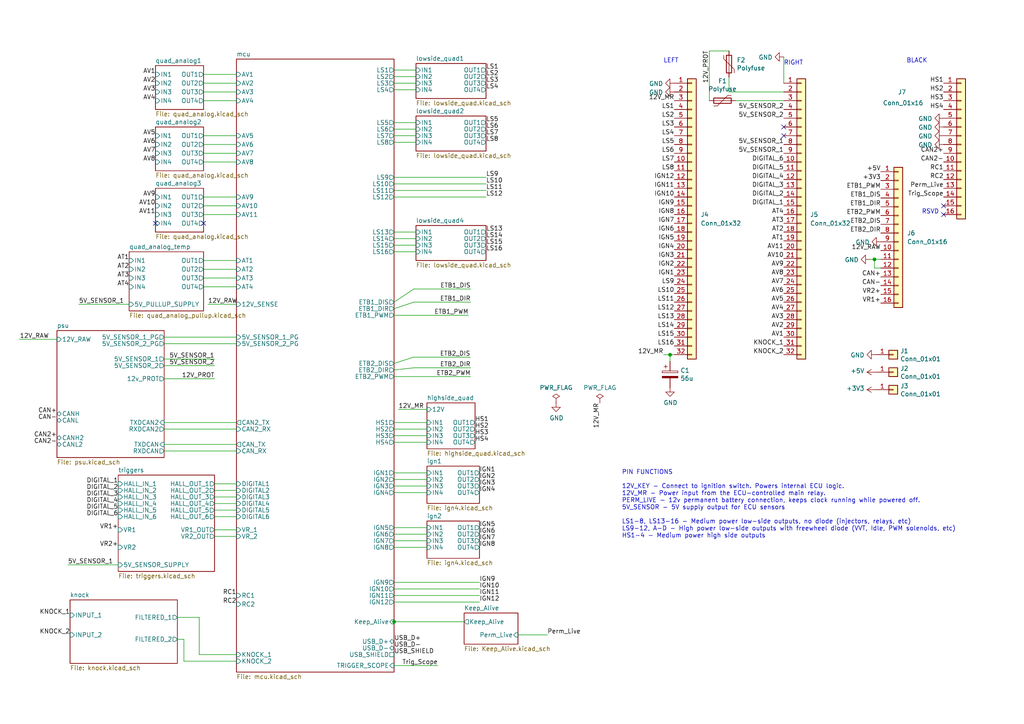
<source format=kicad_sch>
(kicad_sch (version 20230121) (generator eeschema)
  (paper "A4")
  (title_block (title "Polygonus") (date "2024-11-14") (rev "v1.6.1"))
  (lib_symbols
    (symbol "Connector_Generic:Conn_01x01" (pin_names (offset 1.016) hide)
      (property "Reference" "J" (at 0 2.54 0))
      (property "Value" "Conn_01x01" (at 0 -2.54 0))
      (symbol "Conn_01x01_1_1"
        (rectangle (start -1.27 0.127) (end 0 -0.127) (stroke (width 0.1524)))
        (rectangle (start -1.27 1.27) (end 1.27 -1.27) (stroke (width 0.254)) (fill (type background)))
        (pin passive line (at -5.08 0 0) (length 3.81) (name "Pin_1") (number "1"))
      )
    )
    (symbol "Connector_Generic:Conn_01x16" (pin_names (offset 1.016) hide)
      (property "Reference" "J" (at 0 20.32 0))
      (property "Value" "Conn_01x16" (at 0 -22.86 0))
      (symbol "Conn_01x16_1_1"
        (rectangle (start -1.27 -20.193) (end 0 -20.447) (stroke (width 0.1524)))
        (rectangle (start -1.27 -17.653) (end 0 -17.907) (stroke (width 0.1524)))
        (rectangle (start -1.27 -15.113) (end 0 -15.367) (stroke (width 0.1524)))
        (rectangle (start -1.27 -12.573) (end 0 -12.827) (stroke (width 0.1524)))
        (rectangle (start -1.27 -10.033) (end 0 -10.287) (stroke (width 0.1524)))
        (rectangle (start -1.27 -7.493) (end 0 -7.747) (stroke (width 0.1524)))
        (rectangle (start -1.27 -4.953) (end 0 -5.207) (stroke (width 0.1524)))
        (rectangle (start -1.27 -2.413) (end 0 -2.667) (stroke (width 0.1524)))
        (rectangle (start -1.27 0.127) (end 0 -0.127) (stroke (width 0.1524)))
        (rectangle (start -1.27 2.667) (end 0 2.413) (stroke (width 0.1524)))
        (rectangle (start -1.27 5.207) (end 0 4.953) (stroke (width 0.1524)))
        (rectangle (start -1.27 7.747) (end 0 7.493) (stroke (width 0.1524)))
        (rectangle (start -1.27 10.287) (end 0 10.033) (stroke (width 0.1524)))
        (rectangle (start -1.27 12.827) (end 0 12.573) (stroke (width 0.1524)))
        (rectangle (start -1.27 15.367) (end 0 15.113) (stroke (width 0.1524)))
        (rectangle (start -1.27 17.907) (end 0 17.653) (stroke (width 0.1524)))
        (rectangle (start -1.27 19.05) (end 1.27 -21.59) (stroke (width 0.254)) (fill (type background)))
        (pin passive line (at -5.08 17.78 0) (length 3.81) (name "Pin_1") (number "1"))
        (pin passive line (at -5.08 -5.08 0) (length 3.81) (name "Pin_10") (number "10"))
        (pin passive line (at -5.08 -7.62 0) (length 3.81) (name "Pin_11") (number "11"))
        (pin passive line (at -5.08 -10.16 0) (length 3.81) (name "Pin_12") (number "12"))
        (pin passive line (at -5.08 -12.7 0) (length 3.81) (name "Pin_13") (number "13"))
        (pin passive line (at -5.08 -15.24 0) (length 3.81) (name "Pin_14") (number "14"))
        (pin passive line (at -5.08 -17.78 0) (length 3.81) (name "Pin_15") (number "15"))
        (pin passive line (at -5.08 -20.32 0) (length 3.81) (name "Pin_16") (number "16"))
        (pin passive line (at -5.08 15.24 0) (length 3.81) (name "Pin_2") (number "2"))
        (pin passive line (at -5.08 12.7 0) (length 3.81) (name "Pin_3") (number "3"))
        (pin passive line (at -5.08 10.16 0) (length 3.81) (name "Pin_4") (number "4"))
        (pin passive line (at -5.08 7.62 0) (length 3.81) (name "Pin_5") (number "5"))
        (pin passive line (at -5.08 5.08 0) (length 3.81) (name "Pin_6") (number "6"))
        (pin passive line (at -5.08 2.54 0) (length 3.81) (name "Pin_7") (number "7"))
        (pin passive line (at -5.08 0 0) (length 3.81) (name "Pin_8") (number "8"))
        (pin passive line (at -5.08 -2.54 0) (length 3.81) (name "Pin_9") (number "9"))
      )
    )
    (symbol "Connector_Generic:Conn_01x32" (pin_names (offset 1.016) hide)
      (property "Reference" "J" (at 0 40.64 0))
      (property "Value" "Conn_01x32" (at 0 -43.18 0))
      (symbol "Conn_01x32_1_1"
        (rectangle (start -1.27 -40.513) (end 0 -40.767) (stroke (width 0.1524)))
        (rectangle (start -1.27 -37.973) (end 0 -38.227) (stroke (width 0.1524)))
        (rectangle (start -1.27 -35.433) (end 0 -35.687) (stroke (width 0.1524)))
        (rectangle (start -1.27 -32.893) (end 0 -33.147) (stroke (width 0.1524)))
        (rectangle (start -1.27 -30.353) (end 0 -30.607) (stroke (width 0.1524)))
        (rectangle (start -1.27 -27.813) (end 0 -28.067) (stroke (width 0.1524)))
        (rectangle (start -1.27 -25.273) (end 0 -25.527) (stroke (width 0.1524)))
        (rectangle (start -1.27 -22.733) (end 0 -22.987) (stroke (width 0.1524)))
        (rectangle (start -1.27 -20.193) (end 0 -20.447) (stroke (width 0.1524)))
        (rectangle (start -1.27 -17.653) (end 0 -17.907) (stroke (width 0.1524)))
        (rectangle (start -1.27 -15.113) (end 0 -15.367) (stroke (width 0.1524)))
        (rectangle (start -1.27 -12.573) (end 0 -12.827) (stroke (width 0.1524)))
        (rectangle (start -1.27 -10.033) (end 0 -10.287) (stroke (width 0.1524)))
        (rectangle (start -1.27 -7.493) (end 0 -7.747) (stroke (width 0.1524)))
        (rectangle (start -1.27 -4.953) (end 0 -5.207) (stroke (width 0.1524)))
        (rectangle (start -1.27 -2.413) (end 0 -2.667) (stroke (width 0.1524)))
        (rectangle (start -1.27 0.127) (end 0 -0.127) (stroke (width 0.1524)))
        (rectangle (start -1.27 2.667) (end 0 2.413) (stroke (width 0.1524)))
        (rectangle (start -1.27 5.207) (end 0 4.953) (stroke (width 0.1524)))
        (rectangle (start -1.27 7.747) (end 0 7.493) (stroke (width 0.1524)))
        (rectangle (start -1.27 10.287) (end 0 10.033) (stroke (width 0.1524)))
        (rectangle (start -1.27 12.827) (end 0 12.573) (stroke (width 0.1524)))
        (rectangle (start -1.27 15.367) (end 0 15.113) (stroke (width 0.1524)))
        (rectangle (start -1.27 17.907) (end 0 17.653) (stroke (width 0.1524)))
        (rectangle (start -1.27 20.447) (end 0 20.193) (stroke (width 0.1524)))
        (rectangle (start -1.27 22.987) (end 0 22.733) (stroke (width 0.1524)))
        (rectangle (start -1.27 25.527) (end 0 25.273) (stroke (width 0.1524)))
        (rectangle (start -1.27 28.067) (end 0 27.813) (stroke (width 0.1524)))
        (rectangle (start -1.27 30.607) (end 0 30.353) (stroke (width 0.1524)))
        (rectangle (start -1.27 33.147) (end 0 32.893) (stroke (width 0.1524)))
        (rectangle (start -1.27 35.687) (end 0 35.433) (stroke (width 0.1524)))
        (rectangle (start -1.27 38.227) (end 0 37.973) (stroke (width 0.1524)))
        (rectangle (start -1.27 39.37) (end 1.27 -41.91) (stroke (width 0.254)) (fill (type background)))
        (pin passive line (at -5.08 38.1 0) (length 3.81) (name "Pin_1") (number "1"))
        (pin passive line (at -5.08 15.24 0) (length 3.81) (name "Pin_10") (number "10"))
        (pin passive line (at -5.08 12.7 0) (length 3.81) (name "Pin_11") (number "11"))
        (pin passive line (at -5.08 10.16 0) (length 3.81) (name "Pin_12") (number "12"))
        (pin passive line (at -5.08 7.62 0) (length 3.81) (name "Pin_13") (number "13"))
        (pin passive line (at -5.08 5.08 0) (length 3.81) (name "Pin_14") (number "14"))
        (pin passive line (at -5.08 2.54 0) (length 3.81) (name "Pin_15") (number "15"))
        (pin passive line (at -5.08 0 0) (length 3.81) (name "Pin_16") (number "16"))
        (pin passive line (at -5.08 -2.54 0) (length 3.81) (name "Pin_17") (number "17"))
        (pin passive line (at -5.08 -5.08 0) (length 3.81) (name "Pin_18") (number "18"))
        (pin passive line (at -5.08 -7.62 0) (length 3.81) (name "Pin_19") (number "19"))
        (pin passive line (at -5.08 35.56 0) (length 3.81) (name "Pin_2") (number "2"))
        (pin passive line (at -5.08 -10.16 0) (length 3.81) (name "Pin_20") (number "20"))
        (pin passive line (at -5.08 -12.7 0) (length 3.81) (name "Pin_21") (number "21"))
        (pin passive line (at -5.08 -15.24 0) (length 3.81) (name "Pin_22") (number "22"))
        (pin passive line (at -5.08 -17.78 0) (length 3.81) (name "Pin_23") (number "23"))
        (pin passive line (at -5.08 -20.32 0) (length 3.81) (name "Pin_24") (number "24"))
        (pin passive line (at -5.08 -22.86 0) (length 3.81) (name "Pin_25") (number "25"))
        (pin passive line (at -5.08 -25.4 0) (length 3.81) (name "Pin_26") (number "26"))
        (pin passive line (at -5.08 -27.94 0) (length 3.81) (name "Pin_27") (number "27"))
        (pin passive line (at -5.08 -30.48 0) (length 3.81) (name "Pin_28") (number "28"))
        (pin passive line (at -5.08 -33.02 0) (length 3.81) (name "Pin_29") (number "29"))
        (pin passive line (at -5.08 33.02 0) (length 3.81) (name "Pin_3") (number "3"))
        (pin passive line (at -5.08 -35.56 0) (length 3.81) (name "Pin_30") (number "30"))
        (pin passive line (at -5.08 -38.1 0) (length 3.81) (name "Pin_31") (number "31"))
        (pin passive line (at -5.08 -40.64 0) (length 3.81) (name "Pin_32") (number "32"))
        (pin passive line (at -5.08 30.48 0) (length 3.81) (name "Pin_4") (number "4"))
        (pin passive line (at -5.08 27.94 0) (length 3.81) (name "Pin_5") (number "5"))
        (pin passive line (at -5.08 25.4 0) (length 3.81) (name "Pin_6") (number "6"))
        (pin passive line (at -5.08 22.86 0) (length 3.81) (name "Pin_7") (number "7"))
        (pin passive line (at -5.08 20.32 0) (length 3.81) (name "Pin_8") (number "8"))
        (pin passive line (at -5.08 17.78 0) (length 3.81) (name "Pin_9") (number "9"))
      )
    )
    (symbol "Device:CP" (pin_numbers hide) (pin_names (offset 0.254))
      (property "Reference" "C" (at 0.635 2.54 0))
      (property "Value" "Device_CP" (at 0.635 -2.54 0))
      (symbol "CP_0_1"
        (rectangle (start -2.286 0.508) (end 2.286 1.016))
        (polyline (pts (xy -1.778 2.286) (xy -0.762 2.286)))
        (polyline (pts (xy -1.27 2.794) (xy -1.27 1.778)))
        (rectangle (start 2.286 -0.508) (end -2.286 -1.016) (fill (type outline)))
      )
      (symbol "CP_1_1"
        (pin passive line (at 0 3.81 270) (length 2.794) (name "~") (number "1"))
        (pin passive line (at 0 -3.81 90) (length 2.794) (name "~") (number "2"))
      )
    )
    (symbol "Device:Polyfuse" (pin_numbers hide) (pin_names (offset 0))
      (property "Reference" "F" (at -2.54 0 90))
      (property "Value" "Polyfuse" (at 2.54 0 90))
      (symbol "Polyfuse_0_1"
        (rectangle (start -0.762 2.54) (end 0.762 -2.54) (stroke (width 0.254)))
        (polyline (pts (xy 0 2.54) (xy 0 -2.54)))
        (polyline (pts (xy -1.524 2.54) (xy -1.524 1.524) (xy 1.524 -1.524) (xy 1.524 -2.54)))
      )
      (symbol "Polyfuse_1_1"
        (pin passive line (at 0 3.81 270) (length 1.27) (name "~") (number "1"))
        (pin passive line (at 0 -3.81 90) (length 1.27) (name "~") (number "2"))
      )
    )
    (symbol "power:+3.3V" (power) (pin_names (offset 0))
      (property "Value" "+3.3V" (at 0 3.556 0))
      (symbol "+3.3V_0_1"
        (polyline (pts (xy -0.762 1.27) (xy 0 2.54)))
        (polyline (pts (xy 0 0) (xy 0 2.54)))
        (polyline (pts (xy 0 2.54) (xy 0.762 1.27)))
      )
      (symbol "+3.3V_1_1"
        (pin power_in line (at 0 0 90) (length 0) hide (name "+3V3") (number "1"))
      )
    )
    (symbol "power:+5V" (power) (pin_names (offset 0))
      (property "Value" "+5V" (at 0 3.556 0))
      (symbol "+5V_0_1"
        (polyline (pts (xy -0.762 1.27) (xy 0 2.54)))
        (polyline (pts (xy 0 0) (xy 0 2.54)))
        (polyline (pts (xy 0 2.54) (xy 0.762 1.27)))
      )
      (symbol "+5V_1_1"
        (pin power_in line (at 0 0 90) (length 0) hide (name "+5V") (number "1"))
      )
    )
    (symbol "power:GND" (power) (pin_names (offset 0))
      (property "Value" "GND" (at 0 -3.81 0))
      (symbol "GND_0_1"
        (polyline (pts (xy 0 0) (xy 0 -1.27) (xy 1.27 -1.27) (xy 0 -2.54) (xy -1.27 -1.27) (xy 0 -1.27)))
      )
      (symbol "GND_1_1"
        (pin power_in line (at 0 0 270) (length 0) hide (name "GND") (number "1"))
      )
    )
    (symbol "power:PWR_FLAG" (power) (pin_numbers hide) (pin_names (offset 0) hide)
      (property "Value" "PWR_FLAG" (at 0 3.81 0))
      (symbol "PWR_FLAG_0_0"
        (pin power_out line (at 0 0 90) (length 0) (name "pwr") (number "1"))
      )
      (symbol "PWR_FLAG_0_1"
        (polyline (pts (xy 0 0) (xy 0 1.27) (xy -1.016 1.905) (xy 0 2.54) (xy 1.016 1.905) (xy 0 1.27)))
      )
    )
  )
  (junction (at 194.343 102.899))
  (junction (at 253.6325 75.2399))
  (junction (at 114.3 180.34))
  (no_connect (at 45.085 64.77))
  (no_connect (at 273.685 59.69))
  (no_connect (at 59.055 64.77))
  (no_connect (at 227.33 36.83))
  (no_connect (at 227.33 39.37))
  (no_connect (at 273.685 62.23))
  (wire (pts (xy 62.23 144.145) (xy 68.58 144.145)))
  (wire (pts (xy 150.2316 184.15) (xy 158.75 184.15)))
  (wire (pts (xy 114.3 168.91) (xy 139.065 168.91)))
  (wire (pts (xy 194.31 102.87) (xy 195.58 102.87)))
  (wire (pts (xy 62.23 106.045) (xy 47.625 106.045)))
  (wire (pts (xy 19.685 163.83) (xy 34.29 163.83)))
  (wire (pts (xy 47.625 124.46) (xy 68.58 124.46)))
  (wire (pts (xy 123.825 142.875) (xy 114.3 142.875)))
  (wire (pts (xy 123.825 158.75) (xy 114.3 158.75)))
  (wire (pts (xy 114.3 35.56) (xy 120.65 35.56)))
  (wire (pts (xy 253.6325 75.2399) (xy 253.6325 77.7496)))
  (wire (pts (xy 114.3 71.12) (xy 120.65 71.12)))
  (wire (pts (xy 114.3 128.27) (xy 123.825 128.27)))
  (wire (pts (xy 114.3 153.035) (xy 123.825 153.035)))
  (wire (pts (xy 192.438 102.899) (xy 194.343 102.899)))
  (wire (pts (xy 114.3 174.625) (xy 139.065 174.625)))
  (wire (pts (xy 120.65 73.025) (xy 114.3 73.025)))
  (wire (pts (xy 62.23 147.955) (xy 68.58 147.955)))
  (wire (pts (xy 114.3 53.34) (xy 140.97 53.34)))
  (wire (pts (xy 120.015 106.68) (xy 114.3 107.315)))
  (wire (pts (xy 115.57 118.745) (xy 123.825 118.745)))
  (wire (pts (xy 114.3 67.31) (xy 120.65 67.31)))
  (wire (pts (xy 114.3 55.245) (xy 140.97 55.245)))
  (wire (pts (xy 213.36 29.21) (xy 227.33 29.21)))
  (wire (pts (xy 68.58 130.81) (xy 47.625 130.81)))
  (wire (pts (xy 114.3 180.325) (xy 114.3 180.34)))
  (wire (pts (xy 120.65 41.275) (xy 114.3 41.275)))
  (wire (pts (xy 68.58 29.21) (xy 59.055 29.21)))
  (wire (pts (xy 253.6325 75.2096) (xy 253.6325 75.2399)))
  (wire (pts (xy 68.58 142.24) (xy 62.23 142.24)))
  (wire (pts (xy 114.3 91.44) (xy 135.89 91.44)))
  (wire (pts (xy 227.33 26.67) (xy 211.455 26.67)))
  (wire (pts (xy 114.3 20.32) (xy 120.65 20.32)))
  (wire (pts (xy 57.785 189.865) (xy 68.58 189.865)))
  (wire (pts (xy 114.3 109.22) (xy 136.525 109.22)))
  (wire (pts (xy 120.015 83.82) (xy 136.525 83.82)))
  (wire (pts (xy 68.58 59.69) (xy 59.055 59.69)))
  (wire (pts (xy 194.343 104.804) (xy 194.343 102.899)))
  (wire (pts (xy 59.055 57.15) (xy 68.58 57.15)))
  (wire (pts (xy 5.715 98.425) (xy 16.51 98.425)))
  (wire (pts (xy 205.74 14.7786) (xy 205.74 29.21)))
  (wire (pts (xy 120.65 22.225) (xy 114.3 22.225)))
  (wire (pts (xy 62.23 140.335) (xy 68.58 140.335)))
  (wire (pts (xy 51.435 185.42) (xy 53.34 185.42)))
  (wire (pts (xy 123.825 140.97) (xy 114.3 140.97)))
  (wire (pts (xy 59.055 44.45) (xy 68.58 44.45)))
  (wire (pts (xy 47.625 97.79) (xy 68.58 97.79)))
  (wire (pts (xy 47.625 99.695) (xy 68.58 99.695)))
  (wire (pts (xy 47.625 109.855) (xy 62.23 109.855)))
  (wire (pts (xy 59.055 75.565) (xy 68.58 75.565)))
  (wire (pts (xy 53.34 185.42) (xy 53.34 191.77)))
  (wire (pts (xy 59.055 39.37) (xy 68.58 39.37)))
  (wire (pts (xy 114.3 137.16) (xy 123.825 137.16)))
  (wire (pts (xy 120.65 69.215) (xy 114.3 69.215)))
  (wire (pts (xy 60.325 88.265) (xy 68.58 88.265)))
  (wire (pts (xy 68.58 78.105) (xy 59.055 78.105)))
  (wire (pts (xy 62.23 153.67) (xy 68.58 153.67)))
  (wire (pts (xy 227.33 16.51) (xy 227.33 24.13)))
  (wire (pts (xy 114.3 39.37) (xy 120.65 39.37)))
  (wire (pts (xy 47.625 128.905) (xy 68.58 128.905)))
  (wire (pts (xy 59.055 80.645) (xy 68.58 80.645)))
  (wire (pts (xy 120.65 26.035) (xy 114.3 26.035)))
  (wire (pts (xy 120.015 83.82) (xy 114.3 87.63)))
  (wire (pts (xy 123.825 126.365) (xy 114.3 126.365)))
  (wire (pts (xy 114.3 170.815) (xy 139.065 170.815)))
  (wire (pts (xy 53.34 191.77) (xy 68.58 191.77)))
  (wire (pts (xy 59.055 62.23) (xy 68.58 62.23)))
  (wire (pts (xy 59.055 26.67) (xy 68.58 26.67)))
  (wire (pts (xy 114.3 180.34) (xy 134.62 180.34)))
  (wire (pts (xy 120.015 87.63) (xy 136.525 87.63)))
  (wire (pts (xy 119.9173 103.5911) (xy 136.4273 103.5911)))
  (wire (pts (xy 68.58 146.05) (xy 62.23 146.05)))
  (wire (pts (xy 68.58 46.99) (xy 59.055 46.99)))
  (wire (pts (xy 47.625 104.14) (xy 62.23 104.14)))
  (wire (pts (xy 211.455 26.67) (xy 211.4402 22.3986)))
  (wire (pts (xy 68.58 83.185) (xy 59.055 83.185)))
  (wire (pts (xy 68.58 24.13) (xy 59.055 24.13)))
  (wire (pts (xy 114.3 172.72) (xy 139.065 172.72)))
  (wire (pts (xy 252.3119 75.2399) (xy 253.6325 75.2399)))
  (wire (pts (xy 22.86 88.265) (xy 37.465 88.265)))
  (wire (pts (xy 62.23 149.86) (xy 68.58 149.86)))
  (wire (pts (xy 114.3 57.15) (xy 140.97 57.15)))
  (wire (pts (xy 119.9173 103.5911) (xy 114.3 105.41)))
  (wire (pts (xy 253.6325 77.7496) (xy 255.4645 77.7496)))
  (wire (pts (xy 47.625 122.555) (xy 68.58 122.555)))
  (wire (pts (xy 123.825 122.555) (xy 114.3 122.555)))
  (wire (pts (xy 51.435 179.07) (xy 57.785 179.07)))
  (wire (pts (xy 120.015 87.63) (xy 114.3 89.535)))
  (wire (pts (xy 114.3 156.845) (xy 123.825 156.845)))
  (wire (pts (xy 114.3 51.435) (xy 140.97 51.435)))
  (wire (pts (xy 255.4645 75.2096) (xy 253.6325 75.2096)))
  (wire (pts (xy 114.3 37.465) (xy 120.65 37.465)))
  (wire (pts (xy 59.055 21.59) (xy 68.58 21.59)))
  (wire (pts (xy 114.3 193.04) (xy 127 193.04)))
  (wire (pts (xy 114.3 139.065) (xy 123.825 139.065)))
  (wire (pts (xy 123.825 154.94) (xy 114.3 154.94)))
  (wire (pts (xy 120.015 106.68) (xy 136.525 106.68)))
  (wire (pts (xy 211.4402 14.7786) (xy 205.74 14.7786)))
  (wire (pts (xy 68.58 41.91) (xy 59.055 41.91)))
  (wire (pts (xy 57.785 179.07) (xy 57.785 189.865)))
  (wire (pts (xy 68.58 155.575) (xy 62.23 155.575)))
  (wire (pts (xy 114.3 124.46) (xy 123.825 124.46)))
  (wire (pts (xy 114.3 24.13) (xy 120.65 24.13)))
  (wire (pts (xy 194.31 102.87) (xy 194.343 102.899)))
  (text "LEFT" (at 192.405 18.415 0) (effects (font (size 1.27 1.27)) (justify left bottom)))
  (text "RSVD" (at 267.335 62.23 0) (effects (font (size 1.27 1.27)) (justify left bottom)))
  (text "PIN FUNCTIONS\n\n12V_KEY - Connect to ignition switch. Powers internal ECU logic.\n12V_MR - Power input from the ECU-controlled main relay.\nPERM_LIVE - 12v permanent battery connection, keeps clock running while powered off.\n5V_SENSOR - 5V supply output for ECU sensors\n\nLS1-8, LS13-16 - Medium power low-side outputs, no diode (injectors, relays, etc)\nLS9-12, A-D - High power low-side outputs with freewheel diode (VVT, Idle, PWM solenoids, etc)\nHS1-4 - Medium power high side outputs" (at 180.34 156.21 0) (effects (font (size 1.27 1.27)) (justify left bottom)))
  (text "BLACK" (at 262.89 18.415 0) (effects (font (size 1.27 1.27)) (justify left bottom)))
  (text "RIGHT" (at 227.33 19.05 0) (effects (font (size 1.27 1.27)) (justify left bottom)))
  (label "LS16" (at 140.97 73.025 0))
  (label "12V_RAW" (at 5.715 98.425 0))
  (label "DIGITAL_1" (at 227.33 59.69 180))
  (label "HS4" (at 137.795 128.27 0))
  (label "KNOCK_1" (at 227.33 100.33 180))
  (label "AV7" (at 227.33 82.55 180))
  (label "AT3" (at 37.465 80.645 180))
  (label "HS1" (at 273.685 24.13 180))
  (label "CAN2-" (at 273.685 46.99 180))
  (label "AV3" (at 227.33 92.71 180))
  (label "AV7" (at 45.085 44.45 180))
  (label "IGN10" (at 139.065 170.815 0))
  (label "ETB2_DIR" (at 255.4645 67.5896 180))
  (label "AV8" (at 227.33 80.01 180))
  (label "AV9" (at 227.33 77.47 180))
  (label "CAN-" (at 255.4645 82.8296 180))
  (label "DIGITAL_6" (at 34.29 149.86 180))
  (label "Perm_Live" (at 158.75 184.15 0))
  (label "AV9" (at 45.085 57.15 180))
  (label "CAN2+" (at 16.51 127 180))
  (label "IGN11" (at 195.58 54.61 180))
  (label "AV11" (at 227.33 72.39 180))
  (label "AV1" (at 45.085 21.59 180))
  (label "AT1" (at 37.465 75.565 180))
  (label "+5V" (at 255.4645 49.8096 180))
  (label "Trig_Scope" (at 273.685 57.15 180))
  (label "DIGITAL_3" (at 227.33 54.61 180))
  (label "AT1" (at 227.33 69.85 180))
  (label "LS9" (at 195.58 82.55 180))
  (label "IGN8" (at 139.065 158.75 0))
  (label "AV4" (at 227.33 90.17 180))
  (label "5V_SENSOR_1" (at 227.33 41.91 180))
  (label "RC2" (at 273.685 52.07 180))
  (label "LS1" (at 195.58 31.75 180))
  (label "ETB2_DIS" (at 255.4645 65.0496 180))
  (label "ETB2_DIR" (at 136.525 106.68 180))
  (label "VR2+" (at 34.29 158.75 180))
  (label "LS16" (at 195.58 100.33 180))
  (label "5V_SENSOR_2" (at 227.33 34.29 180))
  (label "ETB1_DIR" (at 255.4645 59.9696 180))
  (label "12V_MR" (at 173.99 116.84 270))
  (label "DIGITAL_1" (at 34.29 140.335 180))
  (label "LS5" (at 140.97 35.56 0))
  (label "LS7" (at 195.58 46.99 180))
  (label "IGN7" (at 139.065 156.845 0))
  (label "5V_SENSOR_1" (at 19.685 163.83 0))
  (label "IGN5" (at 195.58 69.85 180))
  (label "LS13" (at 195.58 92.71 180))
  (label "HS3" (at 273.685 29.21 180))
  (label "12V_PROT" (at 62.23 109.855 180))
  (label "AV2" (at 227.33 95.25 180))
  (label "LS7" (at 140.97 39.37 0))
  (label "DIGITAL_2" (at 227.33 57.15 180))
  (label "AV6" (at 227.33 85.09 180))
  (label "LS2" (at 195.58 34.29 180))
  (label "5V_SENSOR_2" (at 62.23 106.045 180))
  (label "IGN5" (at 139.065 153.035 0))
  (label "5V_SENSOR_1" (at 62.23 104.14 180))
  (label "IGN1" (at 139.065 137.16 0))
  (label "USB_D-" (at 114.3 187.96 0))
  (label "IGN4" (at 195.58 72.39 180))
  (label "IGN2" (at 139.065 139.065 0))
  (label "AT3" (at 227.33 64.77 180))
  (label "DIGITAL_5" (at 227.33 49.53 180))
  (label "KNOCK_2" (at 227.33 102.87 180))
  (label "CAN2-" (at 16.51 128.905 180))
  (label "AV2" (at 45.085 24.13 180))
  (label "12V_MR" (at 192.438 102.899 180))
  (label "USB_SHIELD" (at 114.3 189.865 0))
  (label "5V_SENSOR_1" (at 227.33 44.45 180))
  (label "DIGITAL_5" (at 34.29 147.955 180))
  (label "HS2" (at 137.795 124.46 0))
  (label "IGN10" (at 195.58 57.15 180))
  (label "HS2" (at 273.685 26.67 180))
  (label "AT2" (at 37.465 78.105 180))
  (label "LS4" (at 140.97 26.035 0))
  (label "LS3" (at 195.58 36.83 180))
  (label "LS4" (at 195.58 39.37 180))
  (label "LS11" (at 195.58 87.63 180))
  (label "LS8" (at 195.58 49.53 180))
  (label "CAN+" (at 255.4645 80.2896 180))
  (label "IGN6" (at 139.065 154.94 0))
  (label "LS15" (at 195.58 97.79 180))
  (label "HS1" (at 137.795 122.555 0))
  (label "LS8" (at 140.97 41.275 0))
  (label "IGN7" (at 195.58 64.77 180))
  (label "VR1+" (at 255.4645 87.9096 180))
  (label "AV1" (at 227.33 97.79 180))
  (label "DIGITAL_3" (at 34.29 144.145 180))
  (label "ETB2_DIS" (at 136.4273 103.5911 180))
  (label "LS2" (at 140.97 22.225 0))
  (label "Perm_Live" (at 273.685 54.61 180))
  (label "RC1" (at 273.685 49.53 180))
  (label "12V_RAW" (at 255.4645 72.6696 180))
  (label "IGN1" (at 195.58 80.01 180))
  (label "+3V3" (at 255.4645 52.3496 180))
  (label "AV11" (at 45.085 62.23 180))
  (label "AT2" (at 227.33 67.31 180))
  (label "IGN9" (at 195.58 59.69 180))
  (label "IGN3" (at 195.58 74.93 180))
  (label "LS3" (at 140.97 24.13 0))
  (label "IGN11" (at 139.065 172.72 0))
  (label "5V_SENSOR_2" (at 227.33 31.75 180))
  (label "LS15" (at 140.97 71.12 0))
  (label "USB_D+" (at 114.3 186.055 0))
  (label "KNOCK_2" (at 20.32 184.15 180))
  (label "AV8" (at 45.085 46.99 180))
  (label "Trig_Scope" (at 127 193.04 180))
  (label "AT4" (at 227.33 62.23 180))
  (label "LS1" (at 140.97 20.32 0))
  (label "AV10" (at 227.33 74.93 180))
  (label "IGN12" (at 195.58 52.07 180))
  (label "12V_RAW" (at 60.325 88.265 0))
  (label "LS12" (at 195.58 90.17 180))
  (label "AV5" (at 227.33 87.63 180))
  (label "IGN8" (at 195.58 62.23 180))
  (label "ETB1_DIS" (at 136.525 83.82 180))
  (label "IGN2" (at 195.58 77.47 180))
  (label "CAN2+" (at 273.685 44.45 180))
  (label "LS10" (at 140.97 53.34 0))
  (label "LS6" (at 195.58 44.45 180))
  (label "12V_PROT" (at 205.74 24.13 90))
  (label "12V_MR" (at 195.58 29.21 180))
  (label "AT4" (at 37.465 83.185 180))
  (label "CAN-" (at 16.51 121.92 180))
  (label "12V_MR" (at 115.57 118.745 0))
  (label "ETB2_PWM" (at 255.4645 62.5096 180))
  (label "LS10" (at 195.58 85.09 180))
  (label "ETB2_PWM" (at 136.525 109.22 180))
  (label "RC1" (at 68.58 172.72 180))
  (label "ETB1_PWM" (at 255.4645 54.8896 180))
  (label "LS9" (at 140.97 51.435 0))
  (label "AV5" (at 45.085 39.37 180))
  (label "AV4" (at 45.085 29.21 180))
  (label "HS3" (at 137.795 126.365 0))
  (label "ETB1_DIS" (at 255.4645 57.4296 180))
  (label "IGN3" (at 139.065 140.97 0))
  (label "AV10" (at 45.085 59.69 180))
  (label "LS5" (at 195.58 41.91 180))
  (label "IGN9" (at 139.065 168.91 0))
  (label "LS12" (at 140.97 57.15 0))
  (label "CAN+" (at 16.51 120.015 180))
  (label "LS6" (at 140.97 37.465 0))
  (label "ETB1_PWM" (at 135.89 91.44 180))
  (label "RC2" (at 68.58 175.26 180))
  (label "AV6" (at 45.085 41.91 180))
  (label "VR2+" (at 255.4645 85.3696 180))
  (label "ETB1_DIR" (at 136.525 87.63 180))
  (label "LS14" (at 195.58 95.25 180))
  (label "DIGITAL_2" (at 34.29 142.24 180))
  (label "AV3" (at 45.085 26.67 180))
  (label "DIGITAL_6" (at 227.33 46.99 180))
  (label "LS14" (at 140.97 69.215 0))
  (label "HS4" (at 273.685 31.75 180))
  (label "VR1+" (at 34.29 153.67 180))
  (label "IGN12" (at 139.065 174.625 0))
  (label "5V_SENSOR_1" (at 22.86 88.265 0))
  (label "DIGITAL_4" (at 34.29 146.05 180))
  (label "LS13" (at 140.97 67.31 0))
  (label "IGN4" (at 139.065 142.875 0))
  (label "LS11" (at 140.97 55.245 0))
  (label "IGN6" (at 195.58 67.31 180))
  (label "KNOCK_1" (at 20.32 178.435 180))
  (label "DIGITAL_4" (at 227.33 52.07 180))
  (symbol (lib_id "power:GND") (at 252.3119 75.2399 270) (unit 1)
    (property "Reference" "#PWR09" (effects hide))
    (property "Value" "GND" (at 249.0607 75.3669 90) (effects (justify right)))
  )
  (symbol (lib_id "power:GND") (at 273.685 39.37 270) (unit 1)
    (property "Reference" "#PWR013" (effects hide))
    (property "Value" "GND" (at 270.4338 39.497 90) (effects (justify right)))
  )
  (symbol (lib_id "power:GND") (at 227.33 16.51 270) (unit 1)
    (property "Reference" "#PWR08" (effects hide))
    (property "Value" "GND" (at 224.0788 16.637 90) (effects (justify right)))
  )
  (symbol (lib_id "power:GND") (at 273.685 41.91 270) (unit 1)
    (property "Reference" "#PWR014" (effects hide))
    (property "Value" "GND" (at 270.4338 42.037 90) (effects (justify right)))
  )
  (symbol (lib_id "power:GND") (at 273.685 34.29 270) (unit 1)
    (property "Reference" "#PWR011" (effects hide))
    (property "Value" "GND" (at 270.4338 34.417 90) (effects (justify right)))
  )
  (symbol (lib_id "Device:Polyfuse") (at 211.4402 18.5886 180) (unit 1)
    (property "Reference" "F2" (at 213.6754 17.4202 0) (effects (justify right)))
    (property "Value" "Polyfuse" (at 213.6754 19.7316 0) (effects (justify right)))
    (property "Footprint" "Resistor_SMD:R_1206_3216Metric" (effects hide))
    (property "PN" "1206L012WR" (effects hide))
    (property "LCSC" "C207035" (effects hide))
    (property "LCSC_ext" "1" (effects hide))
  )
  (symbol (lib_id "Device:Polyfuse") (at 209.55 29.21 90) (unit 1)
    (property "Reference" "F1" (at 209.55 23.495 90))
    (property "Value" "Polyfuse" (at 209.55 25.8064 90))
    (property "Footprint" "Resistor_SMD:R_1206_3216Metric" (effects hide))
    (property "PN" "1206L012WR" (effects hide))
    (property "LCSC" "C207035" (effects hide))
    (property "LCSC_ext" "1" (effects hide))
  )
  (symbol (lib_id "Connector_Generic:Conn_01x01") (at 259.08 102.87 0) (unit 1)
    (property "Reference" "J1" (at 261.112 101.8032 0) (effects (justify left)))
    (property "Value" "Conn_01x01" (at 261.112 104.1146 0) (effects (justify left)))
    (property "Footprint" "TestPoint:TestPoint_Pad_D3.0mm" (effects hide))
    (property "LCSC" "N/A" (effects hide))
  )
  (symbol (lib_id "Connector_Generic:Conn_01x01") (at 259.08 107.95 0) (unit 1)
    (property "Reference" "J2" (at 261.112 106.8832 0) (effects (justify left)))
    (property "Value" "Conn_01x01" (at 261.112 109.1946 0) (effects (justify left)))
    (property "Footprint" "TestPoint:TestPoint_Pad_D3.0mm" (effects hide))
    (property "LCSC" "N/A" (effects hide))
  )
  (symbol (lib_id "Connector_Generic:Conn_01x01") (at 259.08 113.03 0) (unit 1)
    (property "Reference" "J3" (at 261.112 111.9632 0) (effects (justify left)))
    (property "Value" "Conn_01x01" (at 261.112 114.2746 0) (effects (justify left)))
    (property "Footprint" "TestPoint:TestPoint_Pad_D3.0mm" (effects hide))
    (property "LCSC" "N/A" (effects hide))
  )
  (symbol (lib_id "power:GND") (at 254 102.87 270) (unit 1)
    (property "Reference" "#PWR01" (effects hide))
    (property "Value" "GND" (at 250.7488 102.997 90) (effects (justify right)))
  )
  (symbol (lib_id "power:+3.3V") (at 254 113.03 90) (unit 1)
    (property "Reference" "#PWR03" (effects hide))
    (property "Value" "+3.3V" (at 250.7488 112.649 90) (effects (justify left)))
  )
  (symbol (lib_id "power:+5V") (at 254 107.95 90) (unit 1)
    (property "Reference" "#PWR02" (effects hide))
    (property "Value" "+5V" (at 250.7488 107.569 90) (effects (justify left)))
  )
  (symbol (lib_id "power:PWR_FLAG") (at 173.99 116.84 0) (unit 1)
    (property "Reference" "#FLG02" (effects hide))
    (property "Value" "PWR_FLAG" (at 173.99 112.4458 0))
  )
  (symbol (lib_id "power:GND") (at 161.29 116.84 0) (unit 1)
    (property "Reference" "#PWR07" (effects hide))
    (property "Value" "GND" (at 161.417 121.2342 0))
  )
  (symbol (lib_id "power:PWR_FLAG") (at 161.29 116.84 0) (unit 1)
    (property "Reference" "#FLG01" (effects hide))
    (property "Value" "PWR_FLAG" (at 161.29 112.4458 0))
  )
  (symbol (lib_id "power:GND") (at 273.685 36.83 270) (unit 1)
    (property "Reference" "#PWR012" (effects hide))
    (property "Value" "GND" (at 270.4338 36.957 90) (effects (justify right)))
  )
  (symbol (lib_id "Device:CP") (at 194.343 108.614 0) (unit 1)
    (property "Reference" "C1" (at 197.3402 107.4456 0) (effects (justify left)))
    (property "Value" "56u" (at 197.3402 109.757 0) (effects (justify left)))
    (property "Footprint" "Capacitor_THT:CP_Radial_D8.0mm_P3.50mm" (effects hide))
    (property "LCSC" "N/A" (effects hide))
    (property "PN" "EEH-AZF1H560B" (effects hide))
  )
  (symbol (lib_id "power:GND") (at 194.343 112.424 0) (unit 1)
    (property "Reference" "#PWR04" (effects hide))
    (property "Value" "GND" (at 194.47 116.8182 0))
  )
  (symbol (lib_id "power:GND") (at 255.4645 70.1296 270) (unit 1)
    (property "Reference" "#PWR010" (effects hide))
    (property "Value" "GND" (at 252.2133 70.2566 90) (effects (justify right)))
  )
  (symbol (lib_id "power:GND") (at 195.58 26.67 270) (unit 1)
    (property "Reference" "#PWR06" (effects hide))
    (property "Value" "GND" (at 192.3288 26.797 90) (effects (justify right)))
  )
  (symbol (lib_id "Connector_Generic:Conn_01x32") (at 200.66 62.23 0) (unit 1)
    (property "Reference" "J4" (at 203.2 62.2299 0) (effects (justify left)))
    (property "Value" "Conn_01x32" (at 203.2 64.7699 0) (effects (justify left)))
    (property "Footprint" "Connector_PinHeader_2.54mm:PinHeader_1x32_P2.54mm_Vertical" (effects hide))
  )
  (symbol (lib_id "power:GND") (at 195.58 24.13 270) (unit 1)
    (property "Reference" "#PWR05" (effects hide))
    (property "Value" "GND" (at 192.3288 24.257 90) (effects (justify right)))
  )
  (symbol (lib_id "Connector_Generic:Conn_01x32") (at 232.41 62.23 0) (unit 1)
    (property "Reference" "J5" (at 234.95 62.2299 0) (effects (justify left)))
    (property "Value" "Conn_01x32" (at 234.95 64.7699 0) (effects (justify left)))
    (property "Footprint" "Connector_PinHeader_2.54mm:PinHeader_1x32_P2.54mm_Vertical" (effects hide))
  )
  (symbol (lib_id "Connector_Generic:Conn_01x16") (at 278.765 41.91 0) (unit 1)
    (property "Reference" "J7" (at 260.4317 26.7192 0) (effects (justify left)))
    (property "Value" "Conn_01x16" (at 256.0485 29.8619 0) (effects (justify left)))
    (property "Footprint" "Connector_PinHeader_2.54mm:PinHeader_1x16_P2.54mm_Vertical" (effects hide))
  )
  (symbol (lib_id "Connector_Generic:Conn_01x16") (at 260.5445 67.5896 0) (unit 1)
    (property "Reference" "J6" (at 263.0845 67.5895 0) (effects (justify left)))
    (property "Value" "Conn_01x16" (at 263.0845 70.1295 0) (effects (justify left)))
    (property "Footprint" "Connector_PinHeader_2.54mm:PinHeader_1x16_P2.54mm_Vertical" (effects hide))
  )
  (sheet (at 123.825 135.2042) (size 15.24 10.795)
    (property "Sheetname" "ign1" (at 123.825 134.4926 0) (effects (justify left bottom)))
    (property "Sheetfile" "ign4.kicad_sch" (at 123.825 146.5838 0) (effects (justify left top)))
    (pin "OUT1" output (at 139.065 137.16 0))
    (pin "OUT2" output (at 139.065 139.065 0))
    (pin "OUT3" output (at 139.065 140.97 0))
    (pin "OUT4" output (at 139.065 142.875 0))
    (pin "IN1" input (at 123.825 137.16 180))
    (pin "IN2" input (at 123.825 139.065 180))
    (pin "IN3" input (at 123.825 140.97 180))
    (pin "IN4" input (at 123.825 142.875 180))
  )
  (sheet (at 120.65 18.415) (size 20.32 10.16)
    (property "Sheetname" "lowside_quad1" (at 120.65 17.7034 0) (effects (justify left bottom)))
    (property "Sheetfile" "lowside_quad.kicad_sch" (at 120.65 29.1596 0) (effects (justify left top)))
    (pin "OUT1" output (at 140.97 20.32 0))
    (pin "OUT2" output (at 140.97 22.225 0))
    (pin "IN1" input (at 120.65 20.32 180))
    (pin "IN2" input (at 120.65 22.225 180))
    (pin "OUT3" output (at 140.97 24.13 0))
    (pin "OUT4" output (at 140.97 26.035 0))
    (pin "IN3" input (at 120.65 24.13 180))
    (pin "IN4" input (at 120.65 26.035 180))
  )
  (sheet (at 123.825 151.13) (size 15.24 10.795)
    (property "Sheetname" "ign2" (at 123.825 150.4184 0) (effects (justify left bottom)))
    (property "Sheetfile" "ign4.kicad_sch" (at 123.825 162.5096 0) (effects (justify left top)))
    (pin "OUT1" output (at 139.065 153.035 0))
    (pin "OUT2" output (at 139.065 154.94 0))
    (pin "OUT3" output (at 139.065 156.845 0))
    (pin "OUT4" output (at 139.065 158.75 0))
    (pin "IN1" input (at 123.825 153.035 180))
    (pin "IN2" input (at 123.825 154.94 180))
    (pin "IN3" input (at 123.825 156.845 180))
    (pin "IN4" input (at 123.825 158.75 180))
  )
  (sheet (at 68.58 17.145) (size 45.72 177.8)
    (property "Sheetname" "mcu" (at 68.58 16.4334 0) (effects (justify left bottom)))
    (property "Sheetfile" "mcu.kicad_sch" (at 68.58 195.5296 0) (effects (justify left top)))
    (pin "LS1" output (at 114.3 20.32 0))
    (pin "LS2" output (at 114.3 22.225 0))
    (pin "LS3" output (at 114.3 24.13 0))
    (pin "LS4" output (at 114.3 26.035 0))
    (pin "LS5" output (at 114.3 35.56 0))
    (pin "LS6" output (at 114.3 37.465 0))
    (pin "LS7" output (at 114.3 39.37 0))
    (pin "LS8" output (at 114.3 41.275 0))
    (pin "LS9" output (at 114.3 51.435 0))
    (pin "LS10" output (at 114.3 53.34 0))
    (pin "LS11" output (at 114.3 55.245 0))
    (pin "LS13" output (at 114.3 67.31 0))
    (pin "LS12" output (at 114.3 57.15 0))
    (pin "LS14" output (at 114.3 69.215 0))
    (pin "LS15" output (at 114.3 71.12 0))
    (pin "LS16" output (at 114.3 73.025 0))
    (pin "AV1" input (at 68.58 21.59 180))
    (pin "AV2" input (at 68.58 24.13 180))
    (pin "AV3" input (at 68.58 26.67 180))
    (pin "AV4" input (at 68.58 29.21 180))
    (pin "AV5" input (at 68.58 39.37 180))
    (pin "AV6" input (at 68.58 41.91 180))
    (pin "AV7" input (at 68.58 44.45 180))
    (pin "AV8" input (at 68.58 46.99 180))
    (pin "AV9" input (at 68.58 57.15 180))
    (pin "AV10" input (at 68.58 59.69 180))
    (pin "AV11" input (at 68.58 62.23 180))
    (pin "AT1" input (at 68.58 75.565 180))
    (pin "AT2" input (at 68.58 78.105 180))
    (pin "AT3" input (at 68.58 80.645 180))
    (pin "AT4" input (at 68.58 83.185 180))
    (pin "5V_SENSOR_1_PG" input (at 68.58 97.79 180))
    (pin "5V_SENSOR_2_PG" input (at 68.58 99.695 180))
    (pin "ETB1_DIS" output (at 114.3 87.63 0))
    (pin "ETB1_DIR" output (at 114.3 89.535 0))
    (pin "ETB1_PWM" output (at 114.3 91.44 0))
    (pin "ETB2_DIS" output (at 114.3 105.41 0))
    (pin "ETB2_DIR" output (at 114.3 107.315 0))
    (pin "ETB2_PWM" output (at 114.3 109.22 0))
    (pin "HS1" output (at 114.3 122.555 0))
    (pin "HS2" output (at 114.3 124.46 0))
    (pin "HS3" output (at 114.3 126.365 0))
    (pin "HS4" output (at 114.3 128.27 0))
    (pin "12V_SENSE" input (at 68.58 88.265 180))
    (pin "CAN_TX" output (at 68.58 128.905 180))
    (pin "CAN_RX" input (at 68.58 130.81 180))
    (pin "DIGITAL1" input (at 68.58 140.335 180))
    (pin "DIGITAL2" input (at 68.58 142.24 180))
    (pin "DIGITAL3" input (at 68.58 144.145 180))
    (pin "DIGITAL4" input (at 68.58 146.05 180))
    (pin "DIGITAL5" input (at 68.58 147.955 180))
    (pin "DIGITAL6" input (at 68.58 149.86 180))
    (pin "IGN1" output (at 114.3 137.16 0))
    (pin "IGN2" output (at 114.3 139.065 0))
    (pin "IGN3" output (at 114.3 140.97 0))
    (pin "IGN4" output (at 114.3 142.875 0))
    (pin "IGN5" output (at 114.3 153.035 0))
    (pin "IGN6" output (at 114.3 154.94 0))
    (pin "IGN7" output (at 114.3 156.845 0))
    (pin "IGN8" output (at 114.3 158.75 0))
    (pin "IGN9" output (at 114.3 168.91 0))
    (pin "IGN10" output (at 114.3 170.815 0))
    (pin "IGN11" output (at 114.3 172.72 0))
    (pin "IGN12" output (at 114.3 174.625 0))
    (pin "USB_D-" bidirectional (at 114.3 187.96 0))
    (pin "USB_D+" bidirectional (at 114.3 186.055 0))
    (pin "USB_SHIELD" passive (at 114.3 189.865 0))
    (pin "KNOCK_1" input (at 68.58 189.865 180))
    (pin "KNOCK_2" input (at 68.58 191.77 180))
    (pin "CAN2_TX" output (at 68.58 122.555 180))
    (pin "CAN2_RX" input (at 68.58 124.46 180))
    (pin "VR_1" input (at 68.58 153.67 180))
    (pin "VR_2" input (at 68.58 155.575 180))
    (pin "Keep_Alive" input (at 114.3 180.34 0))
    (pin "RC1" input (at 68.58 172.72 180))
    (pin "RC2" input (at 68.58 175.26 180))
    (pin "TRIGGER_SCOPE" input (at 114.3 193.04 0))
  )
  (sheet (at 120.65 33.655) (size 20.32 10.16)
    (property "Sheetname" "lowside_quad2" (at 120.65 32.9434 0) (effects (justify left bottom)))
    (property "Sheetfile" "lowside_quad.kicad_sch" (at 120.65 44.3996 0) (effects (justify left top)))
    (pin "OUT1" output (at 140.97 35.56 0))
    (pin "OUT2" output (at 140.97 37.465 0))
    (pin "IN1" input (at 120.65 35.56 180))
    (pin "IN2" input (at 120.65 37.465 180))
    (pin "OUT3" output (at 140.97 39.37 0))
    (pin "OUT4" output (at 140.97 41.275 0))
    (pin "IN3" input (at 120.65 39.37 180))
    (pin "IN4" input (at 120.65 41.275 180))
  )
  (sheet (at 120.65 65.405) (size 20.32 10.16)
    (property "Sheetname" "lowside_quad4" (at 120.65 64.6934 0) (effects (justify left bottom)))
    (property "Sheetfile" "lowside_quad.kicad_sch" (at 120.65 76.1496 0) (effects (justify left top)))
    (pin "OUT1" output (at 140.97 67.31 0))
    (pin "OUT2" output (at 140.97 69.215 0))
    (pin "IN1" input (at 120.65 67.31 180))
    (pin "IN2" input (at 120.65 69.215 180))
    (pin "OUT3" output (at 140.97 71.12 0))
    (pin "OUT4" output (at 140.97 73.025 0))
    (pin "IN3" input (at 120.65 71.12 180))
    (pin "IN4" input (at 120.65 73.025 180))
  )
  (sheet (at 45.085 19.05) (size 13.97 12.7)
    (property "Sheetname" "quad_analog1" (at 45.085 18.3384 0) (effects (justify left bottom)))
    (property "Sheetfile" "quad_analog.kicad_sch" (at 45.085 32.3346 0) (effects (justify left top)))
    (pin "IN1" input (at 45.085 21.59 180))
    (pin "IN2" input (at 45.085 24.13 180))
    (pin "IN3" input (at 45.085 26.67 180))
    (pin "IN4" input (at 45.085 29.21 180))
    (pin "OUT1" output (at 59.055 21.59 0))
    (pin "OUT2" output (at 59.055 24.13 0))
    (pin "OUT3" output (at 59.055 26.67 0))
    (pin "OUT4" output (at 59.055 29.21 0))
  )
  (sheet (at 45.085 36.83) (size 13.97 12.7)
    (property "Sheetname" "quad_analog2" (at 45.085 36.1184 0) (effects (justify left bottom)))
    (property "Sheetfile" "quad_analog.kicad_sch" (at 45.085 50.1146 0) (effects (justify left top)))
    (pin "IN1" input (at 45.085 39.37 180))
    (pin "IN2" input (at 45.085 41.91 180))
    (pin "IN3" input (at 45.085 44.45 180))
    (pin "IN4" input (at 45.085 46.99 180))
    (pin "OUT1" output (at 59.055 39.37 0))
    (pin "OUT2" output (at 59.055 41.91 0))
    (pin "OUT3" output (at 59.055 44.45 0))
    (pin "OUT4" output (at 59.055 46.99 0))
  )
  (sheet (at 45.085 54.61) (size 13.97 12.7)
    (property "Sheetname" "quad_analog3" (at 45.085 53.8984 0) (effects (justify left bottom)))
    (property "Sheetfile" "quad_analog.kicad_sch" (at 45.085 67.8946 0) (effects (justify left top)))
    (pin "IN1" input (at 45.085 57.15 180))
    (pin "IN2" input (at 45.085 59.69 180))
    (pin "IN3" input (at 45.085 62.23 180))
    (pin "OUT1" output (at 59.055 57.15 0))
    (pin "OUT2" output (at 59.055 59.69 0))
    (pin "OUT3" output (at 59.055 62.23 0))
    (pin "IN4" input (at 45.085 64.77 180))
    (pin "OUT4" output (at 59.055 64.77 0))
  )
  (sheet (at 16.51 95.885) (size 31.115 36.83)
    (property "Sheetname" "psu" (at 16.51 95.1734 0) (effects (justify left bottom)))
    (property "Sheetfile" "psu.kicad_sch" (at 16.51 133.2996 0) (effects (justify left top)))
    (pin "12V_RAW" input (at 16.51 98.425 180))
    (pin "5V_SENSOR_1" output (at 47.625 104.14 0))
    (pin "5V_SENSOR_1_PG" output (at 47.625 97.79 0))
    (pin "5V_SENSOR_2" output (at 47.625 106.045 0))
    (pin "5V_SENSOR_2_PG" output (at 47.625 99.695 0))
    (pin "CANH" bidirectional (at 16.51 120.015 180))
    (pin "CANL" bidirectional (at 16.51 121.92 180))
    (pin "TXDCAN" input (at 47.625 128.905 0))
    (pin "RXDCAN" output (at 47.625 130.81 0))
    (pin "12v_PROT" output (at 47.625 109.855 0))
    (pin "TXDCAN2" input (at 47.625 122.555 0))
    (pin "RXDCAN2" output (at 47.625 124.46 0))
    (pin "CANH2" bidirectional (at 16.51 127 180))
    (pin "CANL2" bidirectional (at 16.51 128.905 180))
  )
  (sheet (at 37.465 73.025) (size 21.59 17.145)
    (property "Sheetname" "quad_analog_temp" (at 37.465 72.3134 0) (effects (justify left bottom)))
    (property "Sheetfile" "quad_analog_pullup.kicad_sch" (at 37.465 90.7546 0) (effects (justify left top)))
    (pin "IN1" input (at 37.465 75.565 180))
    (pin "IN2" input (at 37.465 78.105 180))
    (pin "IN3" input (at 37.465 80.645 180))
    (pin "IN4" input (at 37.465 83.185 180))
    (pin "OUT1" output (at 59.055 75.565 0))
    (pin "OUT2" output (at 59.055 78.105 0))
    (pin "OUT3" output (at 59.055 80.645 0))
    (pin "OUT4" output (at 59.055 83.185 0))
    (pin "5V_PULLUP_SUPPLY" input (at 37.465 88.265 180))
  )
  (sheet (at 123.825 116.84) (size 13.97 13.335)
    (property "Sheetname" "highside_quad" (at 123.825 116.1284 0) (effects (justify left bottom)))
    (property "Sheetfile" "highside_quad.kicad_sch" (at 123.825 130.7596 0) (effects (justify left top)))
    (pin "12V" input (at 123.825 118.745 180))
    (pin "OUT1" output (at 137.795 122.555 0))
    (pin "OUT2" output (at 137.795 124.46 0))
    (pin "OUT3" output (at 137.795 126.365 0))
    (pin "OUT4" output (at 137.795 128.27 0))
    (pin "IN1" input (at 123.825 122.555 180))
    (pin "IN2" input (at 123.825 124.46 180))
    (pin "IN3" input (at 123.825 126.365 180))
    (pin "IN4" input (at 123.825 128.27 180))
  )
  (sheet (at 34.29 137.795) (size 27.94 27.94)
    (property "Sheetname" "triggers" (at 34.29 137.0834 0) (effects (justify left bottom)))
    (property "Sheetfile" "triggers.kicad_sch" (at 34.29 166.3196 0) (effects (justify left top)))
    (pin "HALL_IN_1" input (at 34.29 140.335 180))
    (pin "5V_SENSOR_SUPPLY" input (at 34.29 163.83 180))
    (pin "HALL_OUT_1" output (at 62.23 140.335 0))
    (pin "HALL_IN_2" input (at 34.29 142.24 180))
    (pin "HALL_OUT_2" output (at 62.23 142.24 0))
    (pin "HALL_IN_3" input (at 34.29 144.145 180))
    (pin "HALL_OUT_3" output (at 62.23 144.145 0))
    (pin "HALL_IN_4" input (at 34.29 146.05 180))
    (pin "HALL_OUT_4" output (at 62.23 146.05 0))
    (pin "VR1" input (at 34.29 153.67 180))
    (pin "VR2" input (at 34.29 158.75 180))
    (pin "VR1_OUT" output (at 62.23 153.67 0))
    (pin "VR2_OUT" output (at 62.23 155.575 0))
    (pin "HALL_IN_5" input (at 34.29 147.955 180))
    (pin "HALL_IN_6" input (at 34.29 149.86 180))
    (pin "HALL_OUT_5" output (at 62.23 147.955 0))
    (pin "HALL_OUT_6" output (at 62.23 149.86 0))
  )
  (sheet (at 20.32 173.99) (size 31.115 18.415)
    (property "Sheetname" "knock" (at 20.32 173.2784 0) (effects (justify left bottom)))
    (property "Sheetfile" "knock.kicad_sch" (at 20.32 192.9896 0) (effects (justify left top)))
    (pin "FILTERED_1" output (at 51.435 179.07 0))
    (pin "INPUT_1" input (at 20.32 178.435 180))
    (pin "FILTERED_2" output (at 51.435 185.42 0))
    (pin "INPUT_2" input (at 20.32 184.15 180))
  )
  (sheet (at 134.62 177.8) (size 15.6116 9.047) (stroke (width 0.1524))
    (property "Sheetname" "Keep_Alive" (at 134.62 177.0884 0) (effects (justify left bottom)))
    (property "Sheetfile" "Keep_Alive.kicad_sch" (at 134.62 187.4316 0) (effects (justify left top)))
    (pin "Perm_Live" input (at 150.2316 184.15 0))
    (pin "Keep_Alive" output (at 134.62 180.34 180))
  )
)
</source>
